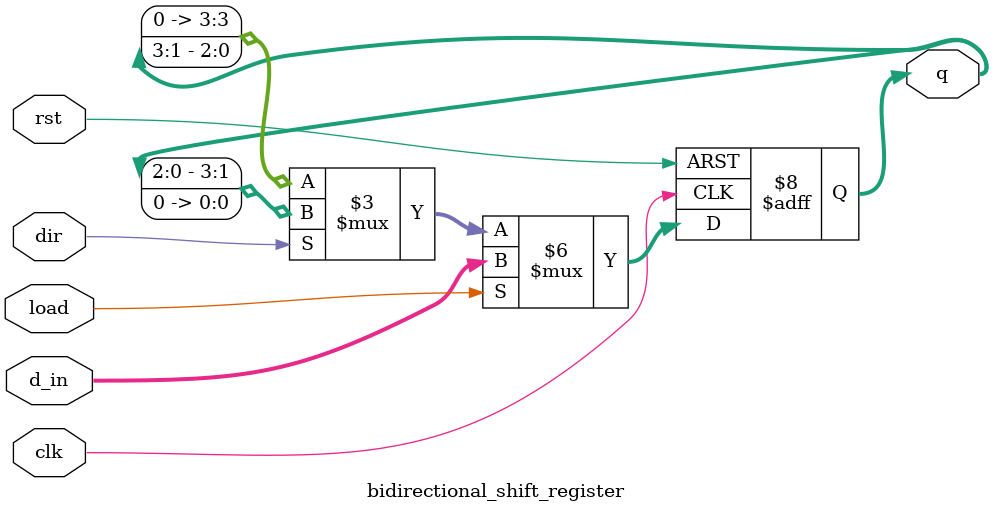
<source format=v>
`timescale 1ns/1ps
module bidirectional_shift_register (
    input wire clk,
    input wire rst,
    input wire dir,       // 0 = shift right, 1 = shift left
    input wire [3:0] d_in,
    input wire load,
    output reg [3:0] q
);

    always @(posedge clk or posedge rst) begin
        if (rst)
            q <= 4'b0000;
        else if (load)
            q <= d_in;
        else if (dir)      // Shift Left
            q <= {q[2:0], 1'b0};
        else               // Shift Right
            q <= {1'b0, q[3:1]};
    end
endmodule

</source>
